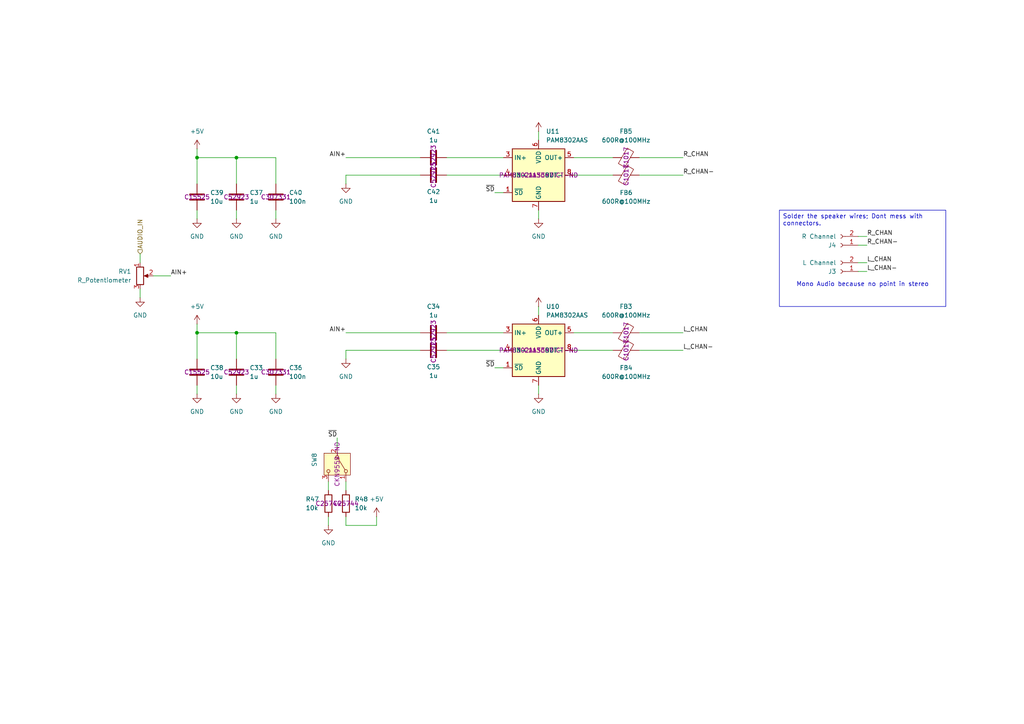
<source format=kicad_sch>
(kicad_sch (version 20250114) (generator "eeschema") (generator_version "9.0")
  (paper "A4")
  (title_block (rev "Rev.1"))
  (lib_symbols
    (symbol "Amplifier_Audio:PAM8302AAS"
      (property "Reference" "U" (at 7.62 11.43 0))
      (property "Value" "PAM8302AAS" (at 7.62 8.89 0))
      (symbol "PAM8302AAS_0_1"
        (rectangle (start -7.62 7.62) (end 7.62 -7.62) (stroke (width 0.254)) (fill (type background)))
      )
      (symbol "PAM8302AAS_1_1"
        (pin input line (at -10.16 5.08 0) (length 2.54) (name "IN+") (number "3"))
        (pin input line (at -10.16 0 0) (length 2.54) (name "IN-") (number "4"))
        (pin input line (at -10.16 -5.08 0) (length 2.54) (name "~{SD}") (number "1"))
        (pin power_in line (at 0 10.16 270) (length 2.54) (name "VDD") (number "6"))
        (pin power_in line (at 0 -10.16 90) (length 2.54) (name "GND") (number "7"))
        (pin no_connect line (at 7.62 -5.08 180) (length 2.54) (hide yes) (name "NC") (number "2"))
        (pin output line (at 10.16 5.08 180) (length 2.54) (name "OUT+") (number "5"))
        (pin output line (at 10.16 0 180) (length 2.54) (name "OUT-") (number "8"))
      )
    )
    (symbol "Connector:Conn_01x02_Socket" (pin_names (offset 1.016) (hide yes))
      (property "Reference" "J" (at 0 2.54 0))
      (property "Value" "Conn_01x02_Socket" (at 0 -5.08 0))
      (symbol "Conn_01x02_Socket_1_1"
        (polyline (pts (xy -1.27 0) (xy -0.508 0)) (stroke (width 0.1524)))
        (polyline (pts (xy -1.27 -2.54) (xy -0.508 -2.54)) (stroke (width 0.1524)))
        (arc (start 0 -0.508) (mid -0.5058 0) (end 0 0.508) (stroke (width 0.1524)))
        (arc (start 0 -3.048) (mid -0.5058 -2.54) (end 0 -2.032) (stroke (width 0.1524)))
        (pin passive line (at -5.08 0 0) (length 3.81) (name "Pin_1") (number "1"))
        (pin passive line (at -5.08 -2.54 0) (length 3.81) (name "Pin_2") (number "2"))
      )
    )
    (symbol "Device:C" (pin_numbers (hide yes)) (pin_names (offset 0.254))
      (property "Reference" "C" (at 0.635 2.54 0))
      (property "Value" "C" (at 0.635 -2.54 0))
      (symbol "C_0_1"
        (polyline (pts (xy -2.032 0.762) (xy 2.032 0.762)) (stroke (width 0.508)))
        (polyline (pts (xy -2.032 -0.762) (xy 2.032 -0.762)) (stroke (width 0.508)))
      )
      (symbol "C_1_1"
        (pin passive line (at 0 3.81 270) (length 2.794) (name "~") (number "1"))
        (pin passive line (at 0 -3.81 90) (length 2.794) (name "~") (number "2"))
      )
    )
    (symbol "Device:FerriteBead" (pin_numbers (hide yes)) (pin_names (offset 0))
      (property "Reference" "FB" (at -3.81 0.635 90))
      (property "Value" "FerriteBead" (at 3.81 0 90))
      (symbol "FerriteBead_0_1"
        (polyline (pts (xy -2.7686 0.4064) (xy -1.7018 2.2606) (xy 2.7686 -0.3048) (xy 1.6764 -2.159) (xy -2.7686 0.4064)))
        (polyline (pts (xy 0 1.27) (xy 0 1.2954)))
        (polyline (pts (xy 0 -1.27) (xy 0 -1.2192)))
      )
      (symbol "FerriteBead_1_1"
        (pin passive line (at 0 3.81 270) (length 2.54) (name "~") (number "1"))
        (pin passive line (at 0 -3.81 90) (length 2.54) (name "~") (number "2"))
      )
    )
    (symbol "Device:R" (pin_numbers (hide yes)) (pin_names (offset 0))
      (property "Reference" "R" (at 2.032 0 90))
      (property "Value" "R" (at 0 0 90))
      (symbol "R_0_1"
        (rectangle (start -1.016 -2.54) (end 1.016 2.54) (stroke (width 0.254)))
      )
      (symbol "R_1_1"
        (pin passive line (at 0 3.81 270) (length 1.27) (name "~") (number "1"))
        (pin passive line (at 0 -3.81 90) (length 1.27) (name "~") (number "2"))
      )
    )
    (symbol "Device:R_Potentiometer" (pin_names (offset 1.016) (hide yes))
      (property "Reference" "RV" (at -4.445 0 90))
      (property "Value" "R_Potentiometer" (at -2.54 0 90))
      (symbol "R_Potentiometer_0_1"
        (rectangle (start 1.016 2.54) (end -1.016 -2.54) (stroke (width 0.254)))
        (polyline (pts (xy 1.143 0) (xy 2.286 0.508) (xy 2.286 -0.508) (xy 1.143 0)) (fill (type outline)))
        (polyline (pts (xy 2.54 0) (xy 1.524 0)))
      )
      (symbol "R_Potentiometer_1_1"
        (pin passive line (at 0 3.81 270) (length 1.27) (name "1") (number "1"))
        (pin passive line (at 0 -3.81 90) (length 1.27) (name "3") (number "3"))
        (pin passive line (at 3.81 0 180) (length 1.27) (name "2") (number "2"))
      )
    )
    (symbol "Switch:SW_SPDT" (pin_names (offset 0) (hide yes))
      (property "Reference" "SW" (at 0 5.08 0))
      (property "Value" "SW_SPDT" (at 0 -5.08 0))
      (symbol "SW_SPDT_0_1"
        (circle (center -2.032 0) (radius 0.4572))
        (polyline (pts (xy -1.651 0.254) (xy 1.651 2.286)))
        (circle (center 2.032 2.54) (radius 0.4572))
        (circle (center 2.032 -2.54) (radius 0.4572))
      )
      (symbol "SW_SPDT_1_1"
        (rectangle (start -3.175 3.81) (end 3.175 -3.81) (fill (type background)))
        (pin passive line (at -5.08 0 0) (length 2.54) (name "B") (number "2"))
        (pin passive line (at 5.08 2.54 180) (length 2.54) (name "A") (number "1"))
        (pin passive line (at 5.08 -2.54 180) (length 2.54) (name "C") (number "3"))
      )
    )
    (symbol "power:+5V" (power) (pin_numbers (hide yes)) (pin_names (offset 0) (hide yes))
      (property "Value" "+5V" (at 0 3.556 0))
      (symbol "+5V_0_1"
        (polyline (pts (xy -0.762 1.27) (xy 0 2.54)))
        (polyline (pts (xy 0 2.54) (xy 0.762 1.27)))
        (polyline (pts (xy 0 0) (xy 0 2.54)))
      )
      (symbol "+5V_1_1"
        (pin power_in line (at 0 0 90) (length 0) (name "~") (number "1"))
      )
    )
    (symbol "power:GND" (power) (pin_numbers (hide yes)) (pin_names (offset 0) (hide yes))
      (property "Value" "GND" (at 0 -3.81 0))
      (symbol "GND_0_1"
        (polyline (pts (xy 0 0) (xy 0 -1.27) (xy 1.27 -1.27) (xy 0 -2.54) (xy -1.27 -1.27) (xy 0 -1.27)))
      )
      (symbol "GND_1_1"
        (pin power_in line (at 0 0 270) (length 0) (name "~") (number "1"))
      )
    )
  )
  (text "Mono Audio because no point in stereo" (at 250.19 82.55 0) (effects (font (size 1.27 1.27))))
  (text_box "Solder the speaker wires; Dont mess with connectors." (at 226.06 60.96 0) (size 48.26 27.94) (margins 0.9525 0.9525 0.9525 0.9525) (effects (font (size 1.27 1.27)) (justify left top)))
  (junction (at 57.15 96.52))
  (junction (at 68.58 96.52))
  (junction (at 57.15 45.72))
  (junction (at 68.58 45.72))
  (wire (pts (xy 185.42 101.6) (xy 198.12 101.6)))
  (wire (pts (xy 95.25 139.7) (xy 95.25 142.24)))
  (wire (pts (xy 57.15 60.96) (xy 57.15 63.5)))
  (wire (pts (xy 68.58 45.72) (xy 80.01 45.72)))
  (wire (pts (xy 95.25 149.86) (xy 95.25 152.4)))
  (wire (pts (xy 185.42 45.72) (xy 198.12 45.72)))
  (wire (pts (xy 129.54 50.8) (xy 146.05 50.8)))
  (wire (pts (xy 68.58 104.14) (xy 68.58 96.52)))
  (wire (pts (xy 166.37 45.72) (xy 177.8 45.72)))
  (wire (pts (xy 129.54 96.52) (xy 146.05 96.52)))
  (wire (pts (xy 129.54 101.6) (xy 146.05 101.6)))
  (wire (pts (xy 156.21 38.1) (xy 156.21 40.64)))
  (wire (pts (xy 143.51 106.68) (xy 146.05 106.68)))
  (wire (pts (xy 100.33 101.6) (xy 121.92 101.6)))
  (wire (pts (xy 57.15 96.52) (xy 68.58 96.52)))
  (wire (pts (xy 143.51 55.88) (xy 146.05 55.88)))
  (wire (pts (xy 57.15 111.76) (xy 57.15 114.3)))
  (wire (pts (xy 68.58 60.96) (xy 68.58 63.5)))
  (wire (pts (xy 248.92 71.12) (xy 251.46 71.12)))
  (wire (pts (xy 100.33 53.34) (xy 100.33 50.8)))
  (wire (pts (xy 68.58 96.52) (xy 80.01 96.52)))
  (wire (pts (xy 97.79 127) (xy 97.79 129.54)))
  (wire (pts (xy 57.15 104.14) (xy 57.15 96.52)))
  (wire (pts (xy 166.37 96.52) (xy 177.8 96.52)))
  (wire (pts (xy 166.37 101.6) (xy 177.8 101.6)))
  (wire (pts (xy 251.46 76.2) (xy 248.92 76.2)))
  (wire (pts (xy 57.15 93.98) (xy 57.15 96.52)))
  (wire (pts (xy 80.01 45.72) (xy 80.01 53.34)))
  (wire (pts (xy 156.21 60.96) (xy 156.21 63.5)))
  (wire (pts (xy 57.15 45.72) (xy 68.58 45.72)))
  (wire (pts (xy 248.92 78.74) (xy 251.46 78.74)))
  (wire (pts (xy 80.01 60.96) (xy 80.01 63.5)))
  (wire (pts (xy 100.33 96.52) (xy 121.92 96.52)))
  (wire (pts (xy 100.33 45.72) (xy 121.92 45.72)))
  (wire (pts (xy 100.33 50.8) (xy 121.92 50.8)))
  (wire (pts (xy 251.46 68.58) (xy 248.92 68.58)))
  (wire (pts (xy 185.42 50.8) (xy 198.12 50.8)))
  (wire (pts (xy 68.58 53.34) (xy 68.58 45.72)))
  (wire (pts (xy 57.15 43.18) (xy 57.15 45.72)))
  (wire (pts (xy 80.01 96.52) (xy 80.01 104.14)))
  (wire (pts (xy 166.37 50.8) (xy 177.8 50.8)))
  (wire (pts (xy 44.45 80.01) (xy 49.53 80.01)))
  (wire (pts (xy 100.33 104.14) (xy 100.33 101.6)))
  (wire (pts (xy 100.33 139.7) (xy 100.33 142.24)))
  (wire (pts (xy 156.21 111.76) (xy 156.21 114.3)))
  (wire (pts (xy 80.01 111.76) (xy 80.01 114.3)))
  (wire (pts (xy 185.42 96.52) (xy 198.12 96.52)))
  (wire (pts (xy 68.58 111.76) (xy 68.58 114.3)))
  (wire (pts (xy 40.64 73.66) (xy 40.64 76.2)))
  (wire (pts (xy 40.64 83.82) (xy 40.64 86.36)))
  (wire (pts (xy 129.54 45.72) (xy 146.05 45.72)))
  (wire (pts (xy 57.15 53.34) (xy 57.15 45.72)))
  (wire (pts (xy 156.21 88.9) (xy 156.21 91.44)))
  (wire (pts (xy 100.33 152.4) (xy 100.33 149.86)))
  (wire (pts (xy 109.22 149.86) (xy 109.22 152.4)))
  (wire (pts (xy 109.22 152.4) (xy 100.33 152.4)))
  (label "L_CHAN" (at 251.46 76.2 0))
  (label "L_CHAN" (at 198.12 96.52 0))
  (label "R_CHAN" (at 251.46 68.58 0))
  (label "R_CHAN-" (at 198.12 50.8 0))
  (label "R_CHAN-" (at 251.46 71.12 0))
  (label "AIN+" (at 49.53 80.01 0))
  (label "AIN+" (at 100.33 45.72 180))
  (label "~{SD}" (at 143.51 55.88 180))
  (label "~{SD}" (at 97.79 127 180))
  (label "L_CHAN-" (at 251.46 78.74 0))
  (label "R_CHAN" (at 198.12 45.72 0))
  (label "~{SD}" (at 143.51 106.68 180))
  (label "L_CHAN-" (at 198.12 101.6 0))
  (label "AIN+" (at 100.33 96.52 180))
  (hierarchical_label "AUDIO_IN" (shape input) (at 40.64 73.66 90))
  (symbol (lib_id "Device:C") (at 68.58 107.95 0) (unit 1)
    (property "Reference" "C33" (at 72.39 106.6799 0) (effects (justify left)))
    (property "Value" "1u" (at 72.39 109.2199 0) (effects (justify left)))
    (property "Footprint" "Capacitor_SMD:C_0402_1005Metric" (effects (hide yes)))
    (property "Description" "Unpolarized capacitor" (effects (hide yes)))
    (property "LCSC" "C52923" (at 68.58 107.95 0))
  )
  (symbol (lib_id "power:GND") (at 95.25 152.4 0) (unit 1)
    (property "Reference" "#PWR072" (effects (hide yes)))
    (property "Value" "GND" (at 95.25 157.48 0))
    (property "Description" "Power symbol creates a global label with name \"GND\" , ground" (effects (hide yes)))
  )
  (symbol (lib_id "power:GND") (at 68.58 114.3 0) (unit 1)
    (property "Reference" "#PWR058" (effects (hide yes)))
    (property "Value" "GND" (at 68.58 119.38 0))
    (property "Description" "Power symbol creates a global label with name \"GND\" , ground" (effects (hide yes)))
  )
  (symbol (lib_id "Device:FerriteBead") (at 181.61 50.8 90) (unit 1)
    (property "Reference" "FB6" (at 181.61 55.88 90))
    (property "Value" "600R@100MHz" (at 181.61 58.42 90))
    (property "Footprint" "Resistor_SMD:R_0805_2012Metric" (effects (hide yes)))
    (property "Description" "Ferrite bead" (effects (hide yes)))
    (property "LCSC" "C1017" (at 181.61 50.8 0))
  )
  (symbol (lib_id "Device:C") (at 125.73 50.8 90) (unit 1)
    (property "Reference" "C42" (at 125.73 55.626 90))
    (property "Value" "1u" (at 125.73 58.166 90))
    (property "Footprint" "Capacitor_SMD:C_0402_1005Metric" (effects (hide yes)))
    (property "Description" "Unpolarized capacitor" (effects (hide yes)))
    (property "LCSC" "C52923" (at 125.73 50.8 0))
  )
  (symbol (lib_id "Device:FerriteBead") (at 181.61 96.52 90) (unit 1)
    (property "Reference" "FB3" (at 181.5592 88.9 90))
    (property "Value" "600R@100MHz" (at 181.5592 91.44 90))
    (property "Footprint" "Resistor_SMD:R_0805_2012Metric" (effects (hide yes)))
    (property "Description" "Ferrite bead" (effects (hide yes)))
    (property "LCSC" "C1017" (at 181.61 96.52 0))
  )
  (symbol (lib_id "power:GND") (at 156.21 63.5 0) (unit 1)
    (property "Reference" "#PWR075" (effects (hide yes)))
    (property "Value" "GND" (at 156.21 68.58 0))
    (property "Description" "Power symbol creates a global label with name \"GND\" , ground" (effects (hide yes)))
  )
  (symbol (lib_id "power:+5V") (at 57.15 43.18 0) (unit 1)
    (property "Reference" "#PWR064" (effects (hide yes)))
    (property "Value" "+5V" (at 57.15 38.1 0))
    (property "Description" "Power symbol creates a global label with name \"+5V\"" (effects (hide yes)))
  )
  (symbol (lib_id "power:GND") (at 100.33 104.14 0) (unit 1)
    (property "Reference" "#PWR057" (effects (hide yes)))
    (property "Value" "GND" (at 100.33 109.22 0))
    (property "Description" "Power symbol creates a global label with name \"GND\" , ground" (effects (hide yes)))
  )
  (symbol (lib_id "power:GND") (at 68.58 63.5 0) (unit 1)
    (property "Reference" "#PWR069" (effects (hide yes)))
    (property "Value" "GND" (at 68.58 68.58 0))
    (property "Description" "Power symbol creates a global label with name \"GND\" , ground" (effects (hide yes)))
  )
  (symbol (lib_id "power:GND") (at 100.33 53.34 0) (unit 1)
    (property "Reference" "#PWR071" (effects (hide yes)))
    (property "Value" "GND" (at 100.33 58.42 0))
    (property "Description" "Power symbol creates a global label with name \"GND\" , ground" (effects (hide yes)))
  )
  (symbol (lib_id "Device:R") (at 95.25 146.05 0) (unit 1)
    (property "Reference" "R47" (at 88.646 144.78 0) (effects (justify left)))
    (property "Value" "10k" (at 88.646 147.32 0) (effects (justify left)))
    (property "Footprint" "Resistor_SMD:R_0402_1005Metric" (effects (hide yes)))
    (property "Description" "Resistor" (effects (hide yes)))
    (property "LCSC" "C25744" (at 95.25 146.05 0))
  )
  (symbol (lib_id "Connector:Conn_01x02_Socket") (at 243.84 71.12 180) (unit 1)
    (property "Reference" "J4" (at 242.57 71.1201 0) (effects (justify left)))
    (property "Value" "R Channel" (at 242.57 68.5801 0) (effects (justify left)))
    (property "Footprint" "Connector_PinSocket_2.54mm:PinSocket_1x02_P2.54mm_Vertical" (effects (hide yes)))
    (property "Description" "Generic connector, single row, 01x02, script generated" (effects (hide yes)))
  )
  (symbol (lib_id "power:+5V") (at 109.22 149.86 0) (unit 1)
    (property "Reference" "#PWR073" (effects (hide yes)))
    (property "Value" "+5V" (at 109.22 144.78 0))
    (property "Description" "Power symbol creates a global label with name \"+5V\"" (effects (hide yes)))
  )
  (symbol (lib_id "Device:C") (at 125.73 96.52 90) (unit 1)
    (property "Reference" "C34" (at 125.73 88.9 90))
    (property "Value" "1u" (at 125.73 91.44 90))
    (property "Footprint" "Capacitor_SMD:C_0402_1005Metric" (effects (hide yes)))
    (property "Description" "Unpolarized capacitor" (effects (hide yes)))
    (property "LCSC" "C52923" (at 125.73 96.52 0))
  )
  (symbol (lib_id "Device:FerriteBead") (at 181.61 101.6 90) (unit 1)
    (property "Reference" "FB4" (at 181.61 106.68 90))
    (property "Value" "600R@100MHz" (at 181.61 109.22 90))
    (property "Footprint" "Resistor_SMD:R_0805_2012Metric" (effects (hide yes)))
    (property "Description" "Ferrite bead" (effects (hide yes)))
    (property "LCSC" "C1017" (at 181.61 101.6 0))
  )
  (symbol (lib_id "power:GND") (at 40.64 86.36 0) (unit 1)
    (property "Reference" "#PWR063" (effects (hide yes)))
    (property "Value" "GND" (at 40.64 91.44 0))
    (property "Description" "Power symbol creates a global label with name \"GND\" , ground" (effects (hide yes)))
  )
  (symbol (lib_id "Device:R") (at 100.33 146.05 0) (unit 1)
    (property "Reference" "R48" (at 102.87 144.7799 0) (effects (justify left)))
    (property "Value" "10k" (at 102.87 147.3199 0) (effects (justify left)))
    (property "Footprint" "Resistor_SMD:R_0402_1005Metric" (effects (hide yes)))
    (property "Description" "Resistor" (effects (hide yes)))
    (property "LCSC" "C25744" (at 100.33 146.05 0))
  )
  (symbol (lib_id "power:+5V") (at 156.21 38.1 0) (unit 1)
    (property "Reference" "#PWR074" (effects (hide yes)))
    (property "Value" "+5V" (effects (hide yes)))
    (property "Description" "Power symbol creates a global label with name \"+5V\"" (effects (hide yes)))
  )
  (symbol (lib_id "Device:C") (at 80.01 107.95 0) (unit 1)
    (property "Reference" "C36" (at 83.82 106.6799 0) (effects (justify left)))
    (property "Value" "100n" (at 83.82 109.2199 0) (effects (justify left)))
    (property "Footprint" "Capacitor_SMD:C_0402_1005Metric" (effects (hide yes)))
    (property "Description" "Unpolarized capacitor" (effects (hide yes)))
    (property "LCSC" "C307331" (at 80.01 107.95 0))
  )
  (symbol (lib_id "Switch:SW_SPDT") (at 97.79 134.62 270) (unit 1)
    (property "Reference" "SW8" (at 91.186 131.318 0) (effects (justify left)))
    (property "Value" "SW_SPDT" (effects (hide yes)))
    (property "Footprint" "Button_Switch_THT:SW_Slide_SPDT_Angled_CK_OS102011MA1Q" (effects (hide yes)))
    (property "Description" "Switch, single pole double throw" (effects (hide yes)))
    (property "DK#" "CKN9559-ND" (at 97.79 134.62 0))
  )
  (symbol (lib_id "power:GND") (at 80.01 114.3 0) (unit 1)
    (property "Reference" "#PWR060" (effects (hide yes)))
    (property "Value" "GND" (at 80.01 119.38 0))
    (property "Description" "Power symbol creates a global label with name \"GND\" , ground" (effects (hide yes)))
  )
  (symbol (lib_id "power:GND") (at 156.21 114.3 0) (unit 1)
    (property "Reference" "#PWR062" (effects (hide yes)))
    (property "Value" "GND" (at 156.21 119.38 0))
    (property "Description" "Power symbol creates a global label with name \"GND\" , ground" (effects (hide yes)))
  )
  (symbol (lib_id "Device:C") (at 80.01 57.15 0) (unit 1)
    (property "Reference" "C40" (at 83.82 55.8799 0) (effects (justify left)))
    (property "Value" "100n" (at 83.82 58.4199 0) (effects (justify left)))
    (property "Footprint" "Capacitor_SMD:C_0402_1005Metric" (effects (hide yes)))
    (property "Description" "Unpolarized capacitor" (effects (hide yes)))
    (property "LCSC" "C307331" (at 80.01 57.15 0))
  )
  (symbol (lib_id "Amplifier_Audio:PAM8302AAS") (at 156.21 101.6 0) (unit 1)
    (property "Reference" "U10" (at 158.3533 88.9 0) (effects (justify left)))
    (property "Value" "PAM8302AAS" (at 158.3533 91.44 0) (effects (justify left)))
    (property "Footprint" "Package_SO:MSOP-8_3x3mm_P0.65mm" (effects (hide yes)))
    (property "Datasheet" "https://www.diodes.com/assets/Datasheets/PAM8302A.pdf" (effects (hide yes)))
    (property "Description" "2.5W Filterless Class-D Mono Audio Amplifier, MSOP-8" (effects (hide yes)))
    (property "LCSC" "C113367" (at 156.21 101.6 0))
    (property "DK#" "PAM8302AASCRDICT-ND" (at 156.21 101.6 0))
  )
  (symbol (lib_id "Device:FerriteBead") (at 181.61 45.72 90) (unit 1)
    (property "Reference" "FB5" (at 181.5592 38.1 90))
    (property "Value" "600R@100MHz" (at 181.5592 40.64 90))
    (property "Footprint" "Resistor_SMD:R_0805_2012Metric" (effects (hide yes)))
    (property "Description" "Ferrite bead" (effects (hide yes)))
    (property "LCSC" "C1017" (at 181.61 45.72 0))
  )
  (symbol (lib_id "power:GND") (at 57.15 114.3 0) (unit 1)
    (property "Reference" "#PWR065" (effects (hide yes)))
    (property "Value" "GND" (at 57.15 119.38 0))
    (property "Description" "Power symbol creates a global label with name \"GND\" , ground" (effects (hide yes)))
  )
  (symbol (lib_id "power:+5V") (at 57.15 93.98 0) (unit 1)
    (property "Reference" "#PWR059" (effects (hide yes)))
    (property "Value" "+5V" (at 57.15 88.9 0))
    (property "Description" "Power symbol creates a global label with name \"+5V\"" (effects (hide yes)))
  )
  (symbol (lib_id "Connector:Conn_01x02_Socket") (at 243.84 78.74 180) (unit 1)
    (property "Reference" "J3" (at 242.57 78.7401 0) (effects (justify left)))
    (property "Value" "L Channel" (at 242.57 76.2001 0) (effects (justify left)))
    (property "Footprint" "Connector_PinSocket_2.54mm:PinSocket_1x02_P2.54mm_Vertical" (effects (hide yes)))
    (property "Description" "Generic connector, single row, 01x02, script generated" (effects (hide yes)))
  )
  (symbol (lib_id "power:GND") (at 80.01 63.5 0) (unit 1)
    (property "Reference" "#PWR070" (effects (hide yes)))
    (property "Value" "GND" (at 80.01 68.58 0))
    (property "Description" "Power symbol creates a global label with name \"GND\" , ground" (effects (hide yes)))
  )
  (symbol (lib_id "power:+5V") (at 156.21 88.9 0) (unit 1)
    (property "Reference" "#PWR061" (effects (hide yes)))
    (property "Value" "+5V" (effects (hide yes)))
    (property "Description" "Power symbol creates a global label with name \"+5V\"" (effects (hide yes)))
  )
  (symbol (lib_id "power:GND") (at 57.15 63.5 0) (unit 1)
    (property "Reference" "#PWR068" (effects (hide yes)))
    (property "Value" "GND" (at 57.15 68.58 0))
    (property "Description" "Power symbol creates a global label with name \"GND\" , ground" (effects (hide yes)))
  )
  (symbol (lib_id "Device:R_Potentiometer") (at 40.64 80.01 0) (unit 1)
    (property "Reference" "RV1" (at 38.1 78.7399 0) (effects (justify right)))
    (property "Value" "R_Potentiometer" (at 38.1 81.2799 0) (effects (justify right)))
    (property "Footprint" "REGI:RES3_91A_TTE" (effects (hide yes)))
    (property "Description" "Potentiometer" (effects (hide yes)))
  )
  (symbol (lib_id "Amplifier_Audio:PAM8302AAS") (at 156.21 50.8 0) (unit 1)
    (property "Reference" "U11" (at 158.3533 38.1 0) (effects (justify left)))
    (property "Value" "PAM8302AAS" (at 158.3533 40.64 0) (effects (justify left)))
    (property "Footprint" "Package_SO:MSOP-8_3x3mm_P0.65mm" (effects (hide yes)))
    (property "Datasheet" "https://www.diodes.com/assets/Datasheets/PAM8302A.pdf" (effects (hide yes)))
    (property "Description" "2.5W Filterless Class-D Mono Audio Amplifier, MSOP-8" (effects (hide yes)))
    (property "LCSC" "C113367" (at 156.21 50.8 0))
    (property "DK#" "PAM8302AASCRDICT-ND" (at 156.21 50.8 0))
  )
  (symbol (lib_id "Device:C") (at 57.15 57.15 0) (unit 1)
    (property "Reference" "C39" (at 60.96 55.8799 0) (effects (justify left)))
    (property "Value" "10u" (at 60.96 58.4199 0) (effects (justify left)))
    (property "Footprint" "Capacitor_SMD:C_0402_1005Metric" (effects (hide yes)))
    (property "Description" "Unpolarized capacitor" (effects (hide yes)))
    (property "LCSC" "C15525" (at 57.15 57.15 0))
  )
  (symbol (lib_id "Device:C") (at 125.73 45.72 90) (unit 1)
    (property "Reference" "C41" (at 125.73 38.1 90))
    (property "Value" "1u" (at 125.73 40.64 90))
    (property "Footprint" "Capacitor_SMD:C_0402_1005Metric" (effects (hide yes)))
    (property "Description" "Unpolarized capacitor" (effects (hide yes)))
    (property "LCSC" "C52923" (at 125.73 45.72 0))
  )
  (symbol (lib_id "Device:C") (at 68.58 57.15 0) (unit 1)
    (property "Reference" "C37" (at 72.39 55.8799 0) (effects (justify left)))
    (property "Value" "1u" (at 72.39 58.4199 0) (effects (justify left)))
    (property "Footprint" "Capacitor_SMD:C_0402_1005Metric" (effects (hide yes)))
    (property "Description" "Unpolarized capacitor" (effects (hide yes)))
    (property "LCSC" "C52923" (at 68.58 57.15 0))
  )
  (symbol (lib_id "Device:C") (at 125.73 101.6 90) (unit 1)
    (property "Reference" "C35" (at 125.73 106.426 90))
    (property "Value" "1u" (at 125.73 108.966 90))
    (property "Footprint" "Capacitor_SMD:C_0402_1005Metric" (effects (hide yes)))
    (property "Description" "Unpolarized capacitor" (effects (hide yes)))
    (property "LCSC" "C52923" (at 125.73 101.6 0))
  )
  (symbol (lib_id "Device:C") (at 57.15 107.95 0) (unit 1)
    (property "Reference" "C38" (at 60.96 106.6799 0) (effects (justify left)))
    (property "Value" "10u" (at 60.96 109.2199 0) (effects (justify left)))
    (property "Footprint" "Capacitor_SMD:C_0402_1005Metric" (effects (hide yes)))
    (property "Description" "Unpolarized capacitor" (effects (hide yes)))
    (property "LCSC" "C15525" (at 57.15 107.95 0))
  )
)
</source>
